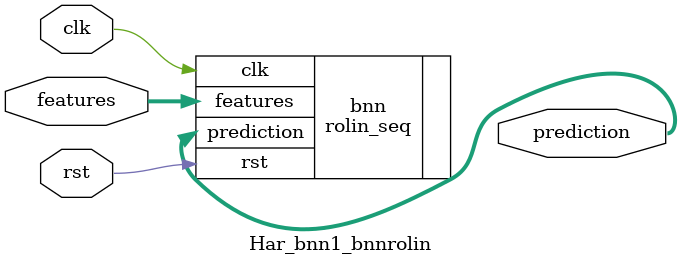
<source format=v>













module Har_bnn1_bnnrolin #(

parameter FEAT_CNT = 12,
parameter HIDDEN_CNT = 40,
parameter FEAT_BITS = 4,
parameter CLASS_CNT = 6,
parameter TEST_CNT = 1000


  ) (
  input clk,
  input rst,
  input [FEAT_CNT*FEAT_BITS-1:0] features,
  output [$clog2(CLASS_CNT)-1:0] prediction
  );

  localparam Weights0 = 480'b010011011001001100101101110001110010101011110010111001110001101001101010010011110101100110000101000100000111110100000001101110101101000110000001100100000001110000111111100111001110011001111010101000111100000011110011111011101000100111100110001101001001000110110111001011101011010111110100111000111100000011000000000100101111000110010101011010001100110101000100110101010101111011111000111000010110111000110001001110000010001100000101000000100100011000001101111001100001101000111001 ;
  localparam Weights1 = 240'b111001111101100000101111100101100010100011010110111111001010010101011010011101001110011111011110001101011100001000101010010101000110011010101101110010110100110101111111011000000011000110001111110000010111001001000101000010011100001111000100 ;

  rolin_seq #(.FEAT_CNT(FEAT_CNT),.FEAT_BITS(FEAT_BITS),.HIDDEN_CNT(HIDDEN_CNT),.CLASS_CNT(CLASS_CNT),.Weights0(Weights0),.Weights1(Weights1)) bnn (
    .clk(clk),
    .rst(rst),
    .features(features),
    .prediction(prediction)
  );

endmodule

</source>
